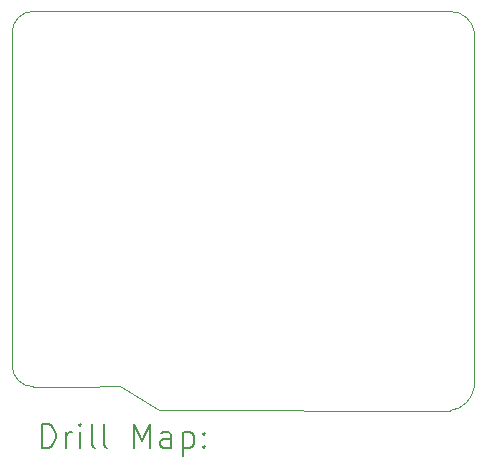
<source format=gbr>
%TF.GenerationSoftware,KiCad,Pcbnew,(6.0.7)*%
%TF.CreationDate,2022-09-12T19:52:28+08:00*%
%TF.ProjectId,STM32Breakout,53544d33-3242-4726-9561-6b6f75742e6b,rev?*%
%TF.SameCoordinates,Original*%
%TF.FileFunction,Drillmap*%
%TF.FilePolarity,Positive*%
%FSLAX45Y45*%
G04 Gerber Fmt 4.5, Leading zero omitted, Abs format (unit mm)*
G04 Created by KiCad (PCBNEW (6.0.7)) date 2022-09-12 19:52:28*
%MOMM*%
%LPD*%
G01*
G04 APERTURE LIST*
%ADD10C,0.100000*%
%ADD11C,0.200000*%
G04 APERTURE END LIST*
D10*
X8813800Y-11480162D02*
X8483600Y-11277600D01*
X7567924Y-11101076D02*
G75*
G03*
X7745724Y-11278876I177796J-4D01*
G01*
X7567924Y-11101076D02*
X7567924Y-8279124D01*
X8126724Y-11278876D02*
X7745724Y-11278876D01*
X7745724Y-8101324D02*
X11278876Y-8102600D01*
X11480803Y-8280400D02*
G75*
G03*
X11278876Y-8102600I-201923J-25760D01*
G01*
X11480800Y-11278876D02*
X11480800Y-8280400D01*
X11278876Y-11481436D02*
G75*
G03*
X11480800Y-11278876I-30356J232186D01*
G01*
X7745724Y-8101324D02*
G75*
G03*
X7567924Y-8279124I-4J-177796D01*
G01*
X8813800Y-11480162D02*
X11278876Y-11481438D01*
X8483600Y-11277600D02*
X8126724Y-11278876D01*
D11*
X7820543Y-11796914D02*
X7820543Y-11596914D01*
X7868162Y-11596914D01*
X7896733Y-11606438D01*
X7915781Y-11625486D01*
X7925304Y-11644533D01*
X7934828Y-11682629D01*
X7934828Y-11711200D01*
X7925304Y-11749295D01*
X7915781Y-11768343D01*
X7896733Y-11787390D01*
X7868162Y-11796914D01*
X7820543Y-11796914D01*
X8020543Y-11796914D02*
X8020543Y-11663581D01*
X8020543Y-11701676D02*
X8030066Y-11682629D01*
X8039590Y-11673105D01*
X8058638Y-11663581D01*
X8077685Y-11663581D01*
X8144352Y-11796914D02*
X8144352Y-11663581D01*
X8144352Y-11596914D02*
X8134828Y-11606438D01*
X8144352Y-11615962D01*
X8153876Y-11606438D01*
X8144352Y-11596914D01*
X8144352Y-11615962D01*
X8268162Y-11796914D02*
X8249114Y-11787390D01*
X8239590Y-11768343D01*
X8239590Y-11596914D01*
X8372924Y-11796914D02*
X8353876Y-11787390D01*
X8344352Y-11768343D01*
X8344352Y-11596914D01*
X8601495Y-11796914D02*
X8601495Y-11596914D01*
X8668162Y-11739771D01*
X8734828Y-11596914D01*
X8734828Y-11796914D01*
X8915781Y-11796914D02*
X8915781Y-11692152D01*
X8906257Y-11673105D01*
X8887209Y-11663581D01*
X8849114Y-11663581D01*
X8830066Y-11673105D01*
X8915781Y-11787390D02*
X8896733Y-11796914D01*
X8849114Y-11796914D01*
X8830066Y-11787390D01*
X8820543Y-11768343D01*
X8820543Y-11749295D01*
X8830066Y-11730248D01*
X8849114Y-11720724D01*
X8896733Y-11720724D01*
X8915781Y-11711200D01*
X9011019Y-11663581D02*
X9011019Y-11863581D01*
X9011019Y-11673105D02*
X9030066Y-11663581D01*
X9068162Y-11663581D01*
X9087209Y-11673105D01*
X9096733Y-11682629D01*
X9106257Y-11701676D01*
X9106257Y-11758819D01*
X9096733Y-11777867D01*
X9087209Y-11787390D01*
X9068162Y-11796914D01*
X9030066Y-11796914D01*
X9011019Y-11787390D01*
X9191971Y-11777867D02*
X9201495Y-11787390D01*
X9191971Y-11796914D01*
X9182447Y-11787390D01*
X9191971Y-11777867D01*
X9191971Y-11796914D01*
X9191971Y-11673105D02*
X9201495Y-11682629D01*
X9191971Y-11692152D01*
X9182447Y-11682629D01*
X9191971Y-11673105D01*
X9191971Y-11692152D01*
M02*

</source>
